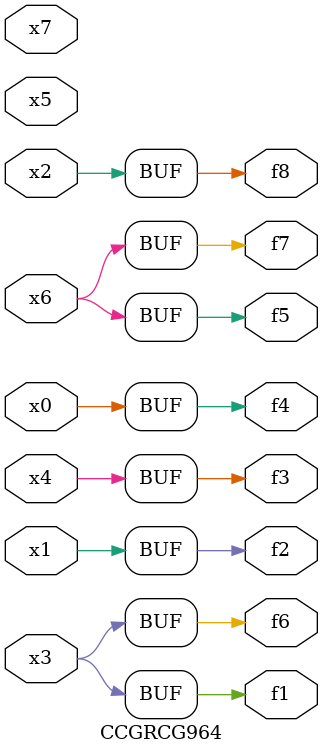
<source format=v>
module CCGRCG964(
	input x0, x1, x2, x3, x4, x5, x6, x7,
	output f1, f2, f3, f4, f5, f6, f7, f8
);
	assign f1 = x3;
	assign f2 = x1;
	assign f3 = x4;
	assign f4 = x0;
	assign f5 = x6;
	assign f6 = x3;
	assign f7 = x6;
	assign f8 = x2;
endmodule

</source>
